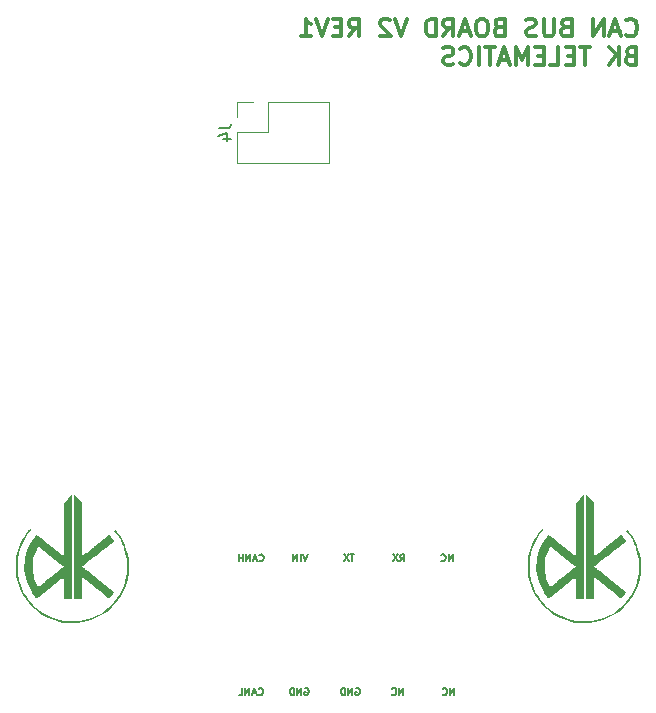
<source format=gbr>
G04 #@! TF.GenerationSoftware,KiCad,Pcbnew,9.0.0-rc2-6-ga1fa0bdb0b*
G04 #@! TF.CreationDate,2025-01-23T13:26:01+02:00*
G04 #@! TF.ProjectId,bk_can_bus_extension_v2,626b5f63-616e-45f6-9275-735f65787465,Rev 4*
G04 #@! TF.SameCoordinates,Original*
G04 #@! TF.FileFunction,Legend,Bot*
G04 #@! TF.FilePolarity,Positive*
%FSLAX46Y46*%
G04 Gerber Fmt 4.6, Leading zero omitted, Abs format (unit mm)*
G04 Created by KiCad (PCBNEW 9.0.0-rc2-6-ga1fa0bdb0b) date 2025-01-23 13:26:01*
%MOMM*%
%LPD*%
G01*
G04 APERTURE LIST*
%ADD10C,0.150000*%
%ADD11C,0.300000*%
%ADD12C,0.120000*%
%ADD13C,0.000000*%
G04 APERTURE END LIST*
D10*
X172331427Y-120819771D02*
X172331427Y-120219771D01*
X172331427Y-120219771D02*
X171988570Y-120819771D01*
X171988570Y-120819771D02*
X171988570Y-120219771D01*
X171359999Y-120762628D02*
X171388571Y-120791200D01*
X171388571Y-120791200D02*
X171474285Y-120819771D01*
X171474285Y-120819771D02*
X171531428Y-120819771D01*
X171531428Y-120819771D02*
X171617142Y-120791200D01*
X171617142Y-120791200D02*
X171674285Y-120734057D01*
X171674285Y-120734057D02*
X171702856Y-120676914D01*
X171702856Y-120676914D02*
X171731428Y-120562628D01*
X171731428Y-120562628D02*
X171731428Y-120476914D01*
X171731428Y-120476914D02*
X171702856Y-120362628D01*
X171702856Y-120362628D02*
X171674285Y-120305485D01*
X171674285Y-120305485D02*
X171617142Y-120248342D01*
X171617142Y-120248342D02*
X171531428Y-120219771D01*
X171531428Y-120219771D02*
X171474285Y-120219771D01*
X171474285Y-120219771D02*
X171388571Y-120248342D01*
X171388571Y-120248342D02*
X171359999Y-120276914D01*
D11*
X187038346Y-76228013D02*
X187109774Y-76299442D01*
X187109774Y-76299442D02*
X187324060Y-76370870D01*
X187324060Y-76370870D02*
X187466917Y-76370870D01*
X187466917Y-76370870D02*
X187681203Y-76299442D01*
X187681203Y-76299442D02*
X187824060Y-76156584D01*
X187824060Y-76156584D02*
X187895489Y-76013727D01*
X187895489Y-76013727D02*
X187966917Y-75728013D01*
X187966917Y-75728013D02*
X187966917Y-75513727D01*
X187966917Y-75513727D02*
X187895489Y-75228013D01*
X187895489Y-75228013D02*
X187824060Y-75085156D01*
X187824060Y-75085156D02*
X187681203Y-74942299D01*
X187681203Y-74942299D02*
X187466917Y-74870870D01*
X187466917Y-74870870D02*
X187324060Y-74870870D01*
X187324060Y-74870870D02*
X187109774Y-74942299D01*
X187109774Y-74942299D02*
X187038346Y-75013727D01*
X186466917Y-75942299D02*
X185752632Y-75942299D01*
X186609774Y-76370870D02*
X186109774Y-74870870D01*
X186109774Y-74870870D02*
X185609774Y-76370870D01*
X185109775Y-76370870D02*
X185109775Y-74870870D01*
X185109775Y-74870870D02*
X184252632Y-76370870D01*
X184252632Y-76370870D02*
X184252632Y-74870870D01*
X181895489Y-75585156D02*
X181681203Y-75656584D01*
X181681203Y-75656584D02*
X181609774Y-75728013D01*
X181609774Y-75728013D02*
X181538346Y-75870870D01*
X181538346Y-75870870D02*
X181538346Y-76085156D01*
X181538346Y-76085156D02*
X181609774Y-76228013D01*
X181609774Y-76228013D02*
X181681203Y-76299442D01*
X181681203Y-76299442D02*
X181824060Y-76370870D01*
X181824060Y-76370870D02*
X182395489Y-76370870D01*
X182395489Y-76370870D02*
X182395489Y-74870870D01*
X182395489Y-74870870D02*
X181895489Y-74870870D01*
X181895489Y-74870870D02*
X181752632Y-74942299D01*
X181752632Y-74942299D02*
X181681203Y-75013727D01*
X181681203Y-75013727D02*
X181609774Y-75156584D01*
X181609774Y-75156584D02*
X181609774Y-75299442D01*
X181609774Y-75299442D02*
X181681203Y-75442299D01*
X181681203Y-75442299D02*
X181752632Y-75513727D01*
X181752632Y-75513727D02*
X181895489Y-75585156D01*
X181895489Y-75585156D02*
X182395489Y-75585156D01*
X180895489Y-74870870D02*
X180895489Y-76085156D01*
X180895489Y-76085156D02*
X180824060Y-76228013D01*
X180824060Y-76228013D02*
X180752632Y-76299442D01*
X180752632Y-76299442D02*
X180609774Y-76370870D01*
X180609774Y-76370870D02*
X180324060Y-76370870D01*
X180324060Y-76370870D02*
X180181203Y-76299442D01*
X180181203Y-76299442D02*
X180109774Y-76228013D01*
X180109774Y-76228013D02*
X180038346Y-76085156D01*
X180038346Y-76085156D02*
X180038346Y-74870870D01*
X179395488Y-76299442D02*
X179181203Y-76370870D01*
X179181203Y-76370870D02*
X178824060Y-76370870D01*
X178824060Y-76370870D02*
X178681203Y-76299442D01*
X178681203Y-76299442D02*
X178609774Y-76228013D01*
X178609774Y-76228013D02*
X178538345Y-76085156D01*
X178538345Y-76085156D02*
X178538345Y-75942299D01*
X178538345Y-75942299D02*
X178609774Y-75799442D01*
X178609774Y-75799442D02*
X178681203Y-75728013D01*
X178681203Y-75728013D02*
X178824060Y-75656584D01*
X178824060Y-75656584D02*
X179109774Y-75585156D01*
X179109774Y-75585156D02*
X179252631Y-75513727D01*
X179252631Y-75513727D02*
X179324060Y-75442299D01*
X179324060Y-75442299D02*
X179395488Y-75299442D01*
X179395488Y-75299442D02*
X179395488Y-75156584D01*
X179395488Y-75156584D02*
X179324060Y-75013727D01*
X179324060Y-75013727D02*
X179252631Y-74942299D01*
X179252631Y-74942299D02*
X179109774Y-74870870D01*
X179109774Y-74870870D02*
X178752631Y-74870870D01*
X178752631Y-74870870D02*
X178538345Y-74942299D01*
X176252632Y-75585156D02*
X176038346Y-75656584D01*
X176038346Y-75656584D02*
X175966917Y-75728013D01*
X175966917Y-75728013D02*
X175895489Y-75870870D01*
X175895489Y-75870870D02*
X175895489Y-76085156D01*
X175895489Y-76085156D02*
X175966917Y-76228013D01*
X175966917Y-76228013D02*
X176038346Y-76299442D01*
X176038346Y-76299442D02*
X176181203Y-76370870D01*
X176181203Y-76370870D02*
X176752632Y-76370870D01*
X176752632Y-76370870D02*
X176752632Y-74870870D01*
X176752632Y-74870870D02*
X176252632Y-74870870D01*
X176252632Y-74870870D02*
X176109775Y-74942299D01*
X176109775Y-74942299D02*
X176038346Y-75013727D01*
X176038346Y-75013727D02*
X175966917Y-75156584D01*
X175966917Y-75156584D02*
X175966917Y-75299442D01*
X175966917Y-75299442D02*
X176038346Y-75442299D01*
X176038346Y-75442299D02*
X176109775Y-75513727D01*
X176109775Y-75513727D02*
X176252632Y-75585156D01*
X176252632Y-75585156D02*
X176752632Y-75585156D01*
X174966917Y-74870870D02*
X174681203Y-74870870D01*
X174681203Y-74870870D02*
X174538346Y-74942299D01*
X174538346Y-74942299D02*
X174395489Y-75085156D01*
X174395489Y-75085156D02*
X174324060Y-75370870D01*
X174324060Y-75370870D02*
X174324060Y-75870870D01*
X174324060Y-75870870D02*
X174395489Y-76156584D01*
X174395489Y-76156584D02*
X174538346Y-76299442D01*
X174538346Y-76299442D02*
X174681203Y-76370870D01*
X174681203Y-76370870D02*
X174966917Y-76370870D01*
X174966917Y-76370870D02*
X175109775Y-76299442D01*
X175109775Y-76299442D02*
X175252632Y-76156584D01*
X175252632Y-76156584D02*
X175324060Y-75870870D01*
X175324060Y-75870870D02*
X175324060Y-75370870D01*
X175324060Y-75370870D02*
X175252632Y-75085156D01*
X175252632Y-75085156D02*
X175109775Y-74942299D01*
X175109775Y-74942299D02*
X174966917Y-74870870D01*
X173752631Y-75942299D02*
X173038346Y-75942299D01*
X173895488Y-76370870D02*
X173395488Y-74870870D01*
X173395488Y-74870870D02*
X172895488Y-76370870D01*
X171538346Y-76370870D02*
X172038346Y-75656584D01*
X172395489Y-76370870D02*
X172395489Y-74870870D01*
X172395489Y-74870870D02*
X171824060Y-74870870D01*
X171824060Y-74870870D02*
X171681203Y-74942299D01*
X171681203Y-74942299D02*
X171609774Y-75013727D01*
X171609774Y-75013727D02*
X171538346Y-75156584D01*
X171538346Y-75156584D02*
X171538346Y-75370870D01*
X171538346Y-75370870D02*
X171609774Y-75513727D01*
X171609774Y-75513727D02*
X171681203Y-75585156D01*
X171681203Y-75585156D02*
X171824060Y-75656584D01*
X171824060Y-75656584D02*
X172395489Y-75656584D01*
X170895489Y-76370870D02*
X170895489Y-74870870D01*
X170895489Y-74870870D02*
X170538346Y-74870870D01*
X170538346Y-74870870D02*
X170324060Y-74942299D01*
X170324060Y-74942299D02*
X170181203Y-75085156D01*
X170181203Y-75085156D02*
X170109774Y-75228013D01*
X170109774Y-75228013D02*
X170038346Y-75513727D01*
X170038346Y-75513727D02*
X170038346Y-75728013D01*
X170038346Y-75728013D02*
X170109774Y-76013727D01*
X170109774Y-76013727D02*
X170181203Y-76156584D01*
X170181203Y-76156584D02*
X170324060Y-76299442D01*
X170324060Y-76299442D02*
X170538346Y-76370870D01*
X170538346Y-76370870D02*
X170895489Y-76370870D01*
X168466917Y-74870870D02*
X167966917Y-76370870D01*
X167966917Y-76370870D02*
X167466917Y-74870870D01*
X167038346Y-75013727D02*
X166966918Y-74942299D01*
X166966918Y-74942299D02*
X166824061Y-74870870D01*
X166824061Y-74870870D02*
X166466918Y-74870870D01*
X166466918Y-74870870D02*
X166324061Y-74942299D01*
X166324061Y-74942299D02*
X166252632Y-75013727D01*
X166252632Y-75013727D02*
X166181203Y-75156584D01*
X166181203Y-75156584D02*
X166181203Y-75299442D01*
X166181203Y-75299442D02*
X166252632Y-75513727D01*
X166252632Y-75513727D02*
X167109775Y-76370870D01*
X167109775Y-76370870D02*
X166181203Y-76370870D01*
X163538347Y-76370870D02*
X164038347Y-75656584D01*
X164395490Y-76370870D02*
X164395490Y-74870870D01*
X164395490Y-74870870D02*
X163824061Y-74870870D01*
X163824061Y-74870870D02*
X163681204Y-74942299D01*
X163681204Y-74942299D02*
X163609775Y-75013727D01*
X163609775Y-75013727D02*
X163538347Y-75156584D01*
X163538347Y-75156584D02*
X163538347Y-75370870D01*
X163538347Y-75370870D02*
X163609775Y-75513727D01*
X163609775Y-75513727D02*
X163681204Y-75585156D01*
X163681204Y-75585156D02*
X163824061Y-75656584D01*
X163824061Y-75656584D02*
X164395490Y-75656584D01*
X162895490Y-75585156D02*
X162395490Y-75585156D01*
X162181204Y-76370870D02*
X162895490Y-76370870D01*
X162895490Y-76370870D02*
X162895490Y-74870870D01*
X162895490Y-74870870D02*
X162181204Y-74870870D01*
X161752632Y-74870870D02*
X161252632Y-76370870D01*
X161252632Y-76370870D02*
X160752632Y-74870870D01*
X159466918Y-76370870D02*
X160324061Y-76370870D01*
X159895490Y-76370870D02*
X159895490Y-74870870D01*
X159895490Y-74870870D02*
X160038347Y-75085156D01*
X160038347Y-75085156D02*
X160181204Y-75228013D01*
X160181204Y-75228013D02*
X160324061Y-75299442D01*
X187395489Y-78000072D02*
X187181203Y-78071500D01*
X187181203Y-78071500D02*
X187109774Y-78142929D01*
X187109774Y-78142929D02*
X187038346Y-78285786D01*
X187038346Y-78285786D02*
X187038346Y-78500072D01*
X187038346Y-78500072D02*
X187109774Y-78642929D01*
X187109774Y-78642929D02*
X187181203Y-78714358D01*
X187181203Y-78714358D02*
X187324060Y-78785786D01*
X187324060Y-78785786D02*
X187895489Y-78785786D01*
X187895489Y-78785786D02*
X187895489Y-77285786D01*
X187895489Y-77285786D02*
X187395489Y-77285786D01*
X187395489Y-77285786D02*
X187252632Y-77357215D01*
X187252632Y-77357215D02*
X187181203Y-77428643D01*
X187181203Y-77428643D02*
X187109774Y-77571500D01*
X187109774Y-77571500D02*
X187109774Y-77714358D01*
X187109774Y-77714358D02*
X187181203Y-77857215D01*
X187181203Y-77857215D02*
X187252632Y-77928643D01*
X187252632Y-77928643D02*
X187395489Y-78000072D01*
X187395489Y-78000072D02*
X187895489Y-78000072D01*
X186395489Y-78785786D02*
X186395489Y-77285786D01*
X185538346Y-78785786D02*
X186181203Y-77928643D01*
X185538346Y-77285786D02*
X186395489Y-78142929D01*
X183966917Y-77285786D02*
X183109775Y-77285786D01*
X183538346Y-78785786D02*
X183538346Y-77285786D01*
X182609775Y-78000072D02*
X182109775Y-78000072D01*
X181895489Y-78785786D02*
X182609775Y-78785786D01*
X182609775Y-78785786D02*
X182609775Y-77285786D01*
X182609775Y-77285786D02*
X181895489Y-77285786D01*
X180538346Y-78785786D02*
X181252632Y-78785786D01*
X181252632Y-78785786D02*
X181252632Y-77285786D01*
X180038346Y-78000072D02*
X179538346Y-78000072D01*
X179324060Y-78785786D02*
X180038346Y-78785786D01*
X180038346Y-78785786D02*
X180038346Y-77285786D01*
X180038346Y-77285786D02*
X179324060Y-77285786D01*
X178681203Y-78785786D02*
X178681203Y-77285786D01*
X178681203Y-77285786D02*
X178181203Y-78357215D01*
X178181203Y-78357215D02*
X177681203Y-77285786D01*
X177681203Y-77285786D02*
X177681203Y-78785786D01*
X177038345Y-78357215D02*
X176324060Y-78357215D01*
X177181202Y-78785786D02*
X176681202Y-77285786D01*
X176681202Y-77285786D02*
X176181202Y-78785786D01*
X175895488Y-77285786D02*
X175038346Y-77285786D01*
X175466917Y-78785786D02*
X175466917Y-77285786D01*
X174538346Y-78785786D02*
X174538346Y-77285786D01*
X172966917Y-78642929D02*
X173038345Y-78714358D01*
X173038345Y-78714358D02*
X173252631Y-78785786D01*
X173252631Y-78785786D02*
X173395488Y-78785786D01*
X173395488Y-78785786D02*
X173609774Y-78714358D01*
X173609774Y-78714358D02*
X173752631Y-78571500D01*
X173752631Y-78571500D02*
X173824060Y-78428643D01*
X173824060Y-78428643D02*
X173895488Y-78142929D01*
X173895488Y-78142929D02*
X173895488Y-77928643D01*
X173895488Y-77928643D02*
X173824060Y-77642929D01*
X173824060Y-77642929D02*
X173752631Y-77500072D01*
X173752631Y-77500072D02*
X173609774Y-77357215D01*
X173609774Y-77357215D02*
X173395488Y-77285786D01*
X173395488Y-77285786D02*
X173252631Y-77285786D01*
X173252631Y-77285786D02*
X173038345Y-77357215D01*
X173038345Y-77357215D02*
X172966917Y-77428643D01*
X172395488Y-78714358D02*
X172181203Y-78785786D01*
X172181203Y-78785786D02*
X171824060Y-78785786D01*
X171824060Y-78785786D02*
X171681203Y-78714358D01*
X171681203Y-78714358D02*
X171609774Y-78642929D01*
X171609774Y-78642929D02*
X171538345Y-78500072D01*
X171538345Y-78500072D02*
X171538345Y-78357215D01*
X171538345Y-78357215D02*
X171609774Y-78214358D01*
X171609774Y-78214358D02*
X171681203Y-78142929D01*
X171681203Y-78142929D02*
X171824060Y-78071500D01*
X171824060Y-78071500D02*
X172109774Y-78000072D01*
X172109774Y-78000072D02*
X172252631Y-77928643D01*
X172252631Y-77928643D02*
X172324060Y-77857215D01*
X172324060Y-77857215D02*
X172395488Y-77714358D01*
X172395488Y-77714358D02*
X172395488Y-77571500D01*
X172395488Y-77571500D02*
X172324060Y-77428643D01*
X172324060Y-77428643D02*
X172252631Y-77357215D01*
X172252631Y-77357215D02*
X172109774Y-77285786D01*
X172109774Y-77285786D02*
X171752631Y-77285786D01*
X171752631Y-77285786D02*
X171538345Y-77357215D01*
D10*
X159807142Y-131573342D02*
X159864285Y-131544771D01*
X159864285Y-131544771D02*
X159949999Y-131544771D01*
X159949999Y-131544771D02*
X160035713Y-131573342D01*
X160035713Y-131573342D02*
X160092856Y-131630485D01*
X160092856Y-131630485D02*
X160121427Y-131687628D01*
X160121427Y-131687628D02*
X160149999Y-131801914D01*
X160149999Y-131801914D02*
X160149999Y-131887628D01*
X160149999Y-131887628D02*
X160121427Y-132001914D01*
X160121427Y-132001914D02*
X160092856Y-132059057D01*
X160092856Y-132059057D02*
X160035713Y-132116200D01*
X160035713Y-132116200D02*
X159949999Y-132144771D01*
X159949999Y-132144771D02*
X159892856Y-132144771D01*
X159892856Y-132144771D02*
X159807142Y-132116200D01*
X159807142Y-132116200D02*
X159778570Y-132087628D01*
X159778570Y-132087628D02*
X159778570Y-131887628D01*
X159778570Y-131887628D02*
X159892856Y-131887628D01*
X159521427Y-132144771D02*
X159521427Y-131544771D01*
X159521427Y-131544771D02*
X159178570Y-132144771D01*
X159178570Y-132144771D02*
X159178570Y-131544771D01*
X158892856Y-132144771D02*
X158892856Y-131544771D01*
X158892856Y-131544771D02*
X158749999Y-131544771D01*
X158749999Y-131544771D02*
X158664285Y-131573342D01*
X158664285Y-131573342D02*
X158607142Y-131630485D01*
X158607142Y-131630485D02*
X158578571Y-131687628D01*
X158578571Y-131687628D02*
X158549999Y-131801914D01*
X158549999Y-131801914D02*
X158549999Y-131887628D01*
X158549999Y-131887628D02*
X158578571Y-132001914D01*
X158578571Y-132001914D02*
X158607142Y-132059057D01*
X158607142Y-132059057D02*
X158664285Y-132116200D01*
X158664285Y-132116200D02*
X158749999Y-132144771D01*
X158749999Y-132144771D02*
X158892856Y-132144771D01*
X155974999Y-120762628D02*
X156003571Y-120791200D01*
X156003571Y-120791200D02*
X156089285Y-120819771D01*
X156089285Y-120819771D02*
X156146428Y-120819771D01*
X156146428Y-120819771D02*
X156232142Y-120791200D01*
X156232142Y-120791200D02*
X156289285Y-120734057D01*
X156289285Y-120734057D02*
X156317856Y-120676914D01*
X156317856Y-120676914D02*
X156346428Y-120562628D01*
X156346428Y-120562628D02*
X156346428Y-120476914D01*
X156346428Y-120476914D02*
X156317856Y-120362628D01*
X156317856Y-120362628D02*
X156289285Y-120305485D01*
X156289285Y-120305485D02*
X156232142Y-120248342D01*
X156232142Y-120248342D02*
X156146428Y-120219771D01*
X156146428Y-120219771D02*
X156089285Y-120219771D01*
X156089285Y-120219771D02*
X156003571Y-120248342D01*
X156003571Y-120248342D02*
X155974999Y-120276914D01*
X155746428Y-120648342D02*
X155460714Y-120648342D01*
X155803571Y-120819771D02*
X155603571Y-120219771D01*
X155603571Y-120219771D02*
X155403571Y-120819771D01*
X155203570Y-120819771D02*
X155203570Y-120219771D01*
X155203570Y-120219771D02*
X154860713Y-120819771D01*
X154860713Y-120819771D02*
X154860713Y-120219771D01*
X154574999Y-120819771D02*
X154574999Y-120219771D01*
X154574999Y-120505485D02*
X154232142Y-120505485D01*
X154232142Y-120819771D02*
X154232142Y-120219771D01*
X155903570Y-132087628D02*
X155932142Y-132116200D01*
X155932142Y-132116200D02*
X156017856Y-132144771D01*
X156017856Y-132144771D02*
X156074999Y-132144771D01*
X156074999Y-132144771D02*
X156160713Y-132116200D01*
X156160713Y-132116200D02*
X156217856Y-132059057D01*
X156217856Y-132059057D02*
X156246427Y-132001914D01*
X156246427Y-132001914D02*
X156274999Y-131887628D01*
X156274999Y-131887628D02*
X156274999Y-131801914D01*
X156274999Y-131801914D02*
X156246427Y-131687628D01*
X156246427Y-131687628D02*
X156217856Y-131630485D01*
X156217856Y-131630485D02*
X156160713Y-131573342D01*
X156160713Y-131573342D02*
X156074999Y-131544771D01*
X156074999Y-131544771D02*
X156017856Y-131544771D01*
X156017856Y-131544771D02*
X155932142Y-131573342D01*
X155932142Y-131573342D02*
X155903570Y-131601914D01*
X155674999Y-131973342D02*
X155389285Y-131973342D01*
X155732142Y-132144771D02*
X155532142Y-131544771D01*
X155532142Y-131544771D02*
X155332142Y-132144771D01*
X155132141Y-132144771D02*
X155132141Y-131544771D01*
X155132141Y-131544771D02*
X154789284Y-132144771D01*
X154789284Y-132144771D02*
X154789284Y-131544771D01*
X154217856Y-132144771D02*
X154503570Y-132144771D01*
X154503570Y-132144771D02*
X154503570Y-131544771D01*
X164132142Y-131573342D02*
X164189285Y-131544771D01*
X164189285Y-131544771D02*
X164274999Y-131544771D01*
X164274999Y-131544771D02*
X164360713Y-131573342D01*
X164360713Y-131573342D02*
X164417856Y-131630485D01*
X164417856Y-131630485D02*
X164446427Y-131687628D01*
X164446427Y-131687628D02*
X164474999Y-131801914D01*
X164474999Y-131801914D02*
X164474999Y-131887628D01*
X164474999Y-131887628D02*
X164446427Y-132001914D01*
X164446427Y-132001914D02*
X164417856Y-132059057D01*
X164417856Y-132059057D02*
X164360713Y-132116200D01*
X164360713Y-132116200D02*
X164274999Y-132144771D01*
X164274999Y-132144771D02*
X164217856Y-132144771D01*
X164217856Y-132144771D02*
X164132142Y-132116200D01*
X164132142Y-132116200D02*
X164103570Y-132087628D01*
X164103570Y-132087628D02*
X164103570Y-131887628D01*
X164103570Y-131887628D02*
X164217856Y-131887628D01*
X163846427Y-132144771D02*
X163846427Y-131544771D01*
X163846427Y-131544771D02*
X163503570Y-132144771D01*
X163503570Y-132144771D02*
X163503570Y-131544771D01*
X163217856Y-132144771D02*
X163217856Y-131544771D01*
X163217856Y-131544771D02*
X163074999Y-131544771D01*
X163074999Y-131544771D02*
X162989285Y-131573342D01*
X162989285Y-131573342D02*
X162932142Y-131630485D01*
X162932142Y-131630485D02*
X162903571Y-131687628D01*
X162903571Y-131687628D02*
X162874999Y-131801914D01*
X162874999Y-131801914D02*
X162874999Y-131887628D01*
X162874999Y-131887628D02*
X162903571Y-132001914D01*
X162903571Y-132001914D02*
X162932142Y-132059057D01*
X162932142Y-132059057D02*
X162989285Y-132116200D01*
X162989285Y-132116200D02*
X163074999Y-132144771D01*
X163074999Y-132144771D02*
X163217856Y-132144771D01*
X160057142Y-120219771D02*
X159857142Y-120819771D01*
X159857142Y-120819771D02*
X159657142Y-120219771D01*
X159457141Y-120819771D02*
X159457141Y-120219771D01*
X159171427Y-120819771D02*
X159171427Y-120219771D01*
X159171427Y-120219771D02*
X158828570Y-120819771D01*
X158828570Y-120819771D02*
X158828570Y-120219771D01*
X164007143Y-120219771D02*
X163664286Y-120219771D01*
X163835714Y-120819771D02*
X163835714Y-120219771D01*
X163521428Y-120219771D02*
X163121428Y-120819771D01*
X163121428Y-120219771D02*
X163521428Y-120819771D01*
X172446427Y-132144771D02*
X172446427Y-131544771D01*
X172446427Y-131544771D02*
X172103570Y-132144771D01*
X172103570Y-132144771D02*
X172103570Y-131544771D01*
X171474999Y-132087628D02*
X171503571Y-132116200D01*
X171503571Y-132116200D02*
X171589285Y-132144771D01*
X171589285Y-132144771D02*
X171646428Y-132144771D01*
X171646428Y-132144771D02*
X171732142Y-132116200D01*
X171732142Y-132116200D02*
X171789285Y-132059057D01*
X171789285Y-132059057D02*
X171817856Y-132001914D01*
X171817856Y-132001914D02*
X171846428Y-131887628D01*
X171846428Y-131887628D02*
X171846428Y-131801914D01*
X171846428Y-131801914D02*
X171817856Y-131687628D01*
X171817856Y-131687628D02*
X171789285Y-131630485D01*
X171789285Y-131630485D02*
X171732142Y-131573342D01*
X171732142Y-131573342D02*
X171646428Y-131544771D01*
X171646428Y-131544771D02*
X171589285Y-131544771D01*
X171589285Y-131544771D02*
X171503571Y-131573342D01*
X171503571Y-131573342D02*
X171474999Y-131601914D01*
X168151427Y-132144771D02*
X168151427Y-131544771D01*
X168151427Y-131544771D02*
X167808570Y-132144771D01*
X167808570Y-132144771D02*
X167808570Y-131544771D01*
X167179999Y-132087628D02*
X167208571Y-132116200D01*
X167208571Y-132116200D02*
X167294285Y-132144771D01*
X167294285Y-132144771D02*
X167351428Y-132144771D01*
X167351428Y-132144771D02*
X167437142Y-132116200D01*
X167437142Y-132116200D02*
X167494285Y-132059057D01*
X167494285Y-132059057D02*
X167522856Y-132001914D01*
X167522856Y-132001914D02*
X167551428Y-131887628D01*
X167551428Y-131887628D02*
X167551428Y-131801914D01*
X167551428Y-131801914D02*
X167522856Y-131687628D01*
X167522856Y-131687628D02*
X167494285Y-131630485D01*
X167494285Y-131630485D02*
X167437142Y-131573342D01*
X167437142Y-131573342D02*
X167351428Y-131544771D01*
X167351428Y-131544771D02*
X167294285Y-131544771D01*
X167294285Y-131544771D02*
X167208571Y-131573342D01*
X167208571Y-131573342D02*
X167179999Y-131601914D01*
X167909999Y-120819771D02*
X168109999Y-120534057D01*
X168252856Y-120819771D02*
X168252856Y-120219771D01*
X168252856Y-120219771D02*
X168024285Y-120219771D01*
X168024285Y-120219771D02*
X167967142Y-120248342D01*
X167967142Y-120248342D02*
X167938571Y-120276914D01*
X167938571Y-120276914D02*
X167909999Y-120334057D01*
X167909999Y-120334057D02*
X167909999Y-120419771D01*
X167909999Y-120419771D02*
X167938571Y-120476914D01*
X167938571Y-120476914D02*
X167967142Y-120505485D01*
X167967142Y-120505485D02*
X168024285Y-120534057D01*
X168024285Y-120534057D02*
X168252856Y-120534057D01*
X167709999Y-120219771D02*
X167309999Y-120819771D01*
X167309999Y-120219771D02*
X167709999Y-120819771D01*
X152549819Y-84161666D02*
X153264104Y-84161666D01*
X153264104Y-84161666D02*
X153406961Y-84114047D01*
X153406961Y-84114047D02*
X153502200Y-84018809D01*
X153502200Y-84018809D02*
X153549819Y-83875952D01*
X153549819Y-83875952D02*
X153549819Y-83780714D01*
X152883152Y-85066428D02*
X153549819Y-85066428D01*
X152502200Y-84828333D02*
X153216485Y-84590238D01*
X153216485Y-84590238D02*
X153216485Y-85209285D01*
D12*
G04 #@! TO.C,J4*
X154095000Y-81895000D02*
X154095000Y-83225000D01*
X154095000Y-84495000D02*
X154095000Y-87095000D01*
X154095000Y-87095000D02*
X161835000Y-87095000D01*
X155425000Y-81895000D02*
X154095000Y-81895000D01*
X156695000Y-81895000D02*
X156695000Y-84495000D01*
X156695000Y-81895000D02*
X161835000Y-81895000D01*
X156695000Y-84495000D02*
X154095000Y-84495000D01*
X161835000Y-81895000D02*
X161835000Y-87095000D01*
D13*
G04 #@! TO.C,G\u002A\u002A\u002A*
G36*
X140623283Y-115491841D02*
G01*
X140963832Y-115832087D01*
X140963832Y-118095646D01*
X140963853Y-118249405D01*
X140963987Y-118515779D01*
X140964241Y-118771792D01*
X140964606Y-119015538D01*
X140965074Y-119245114D01*
X140965640Y-119458612D01*
X140966294Y-119654129D01*
X140967030Y-119829758D01*
X140967840Y-119983595D01*
X140968716Y-120113734D01*
X140969652Y-120218270D01*
X140970639Y-120295297D01*
X140971670Y-120342911D01*
X140972737Y-120359205D01*
X140973165Y-120359077D01*
X140990649Y-120346982D01*
X141030286Y-120317056D01*
X141088676Y-120271942D01*
X141162418Y-120214283D01*
X141248112Y-120146723D01*
X141342358Y-120071904D01*
X141426216Y-120005124D01*
X141532767Y-119920299D01*
X141636009Y-119838134D01*
X141730274Y-119763142D01*
X141809893Y-119699832D01*
X141869195Y-119652714D01*
X141874641Y-119648390D01*
X141939430Y-119596901D01*
X141995894Y-119551945D01*
X142038129Y-119518227D01*
X142060235Y-119500451D01*
X142067932Y-119494201D01*
X142103714Y-119465452D01*
X142162870Y-119418170D01*
X142245845Y-119352003D01*
X142353079Y-119266599D01*
X142485015Y-119161605D01*
X142642097Y-119036668D01*
X142824765Y-118891436D01*
X143260586Y-118544989D01*
X143300378Y-118592417D01*
X143318211Y-118613762D01*
X143404633Y-118719873D01*
X143482207Y-118819479D01*
X143548778Y-118909483D01*
X143602189Y-118986790D01*
X143640283Y-119048302D01*
X143660904Y-119090923D01*
X143661895Y-119111556D01*
X143660604Y-119112667D01*
X143639395Y-119129900D01*
X143596247Y-119164485D01*
X143534592Y-119213683D01*
X143457864Y-119274758D01*
X143369497Y-119344974D01*
X143272923Y-119421593D01*
X143202394Y-119477522D01*
X143075716Y-119578027D01*
X142942292Y-119683938D01*
X142810320Y-119788744D01*
X142687996Y-119885936D01*
X142583519Y-119969008D01*
X142566495Y-119982550D01*
X142477042Y-120053710D01*
X142367655Y-120140727D01*
X142243279Y-120239669D01*
X142108858Y-120346600D01*
X141969336Y-120457589D01*
X141829658Y-120568703D01*
X141694768Y-120676007D01*
X141619700Y-120735715D01*
X141500368Y-120830599D01*
X141388620Y-120919415D01*
X141287525Y-120999726D01*
X141200151Y-121069094D01*
X141129568Y-121125084D01*
X141078843Y-121165259D01*
X141051046Y-121187181D01*
X141023464Y-121209815D01*
X140992494Y-121238806D01*
X140980445Y-121255525D01*
X140982399Y-121258971D01*
X141003683Y-121280360D01*
X141044691Y-121316622D01*
X141100786Y-121363735D01*
X141167331Y-121417677D01*
X141189139Y-121435070D01*
X141307105Y-121529111D01*
X141443302Y-121637622D01*
X141594327Y-121757898D01*
X141756781Y-121887232D01*
X141927261Y-122022921D01*
X142102367Y-122162257D01*
X142278698Y-122302536D01*
X142452851Y-122441051D01*
X142621426Y-122575098D01*
X142781021Y-122701970D01*
X142928236Y-122818962D01*
X143059669Y-122923368D01*
X143171918Y-123012483D01*
X143261583Y-123083600D01*
X143312538Y-123124081D01*
X143408864Y-123201149D01*
X143494730Y-123270562D01*
X143567005Y-123329746D01*
X143622557Y-123376125D01*
X143658251Y-123407124D01*
X143670957Y-123420167D01*
X143664949Y-123436008D01*
X143641283Y-123475459D01*
X143602767Y-123532463D01*
X143552720Y-123602400D01*
X143494464Y-123680649D01*
X143431318Y-123762592D01*
X143366605Y-123843607D01*
X143342436Y-123872981D01*
X143302808Y-123919775D01*
X143273947Y-123952028D01*
X143260855Y-123964045D01*
X143251882Y-123958017D01*
X143219557Y-123933629D01*
X143166673Y-123892728D01*
X143096273Y-123837693D01*
X143011400Y-123770907D01*
X142915097Y-123694751D01*
X142810408Y-123611605D01*
X142699245Y-123523137D01*
X142449360Y-123324273D01*
X142223988Y-123144926D01*
X142022082Y-122984262D01*
X141842596Y-122841450D01*
X141684484Y-122715658D01*
X141546699Y-122606053D01*
X141428196Y-122511804D01*
X141327929Y-122432078D01*
X141244851Y-122366044D01*
X141177915Y-122312869D01*
X141126077Y-122271721D01*
X141088289Y-122241769D01*
X141063505Y-122222179D01*
X140972139Y-122150155D01*
X140963549Y-123964045D01*
X140282734Y-123964045D01*
X140282734Y-115151596D01*
X140623283Y-115491841D01*
G37*
G36*
X136629075Y-118077557D02*
G01*
X136682303Y-118129917D01*
X136566299Y-118268596D01*
X136420632Y-118451211D01*
X136199663Y-118768094D01*
X136008391Y-119098230D01*
X135846252Y-119442877D01*
X135712680Y-119803290D01*
X135607110Y-120180728D01*
X135528977Y-120576446D01*
X135526526Y-120591945D01*
X135514873Y-120671037D01*
X135506013Y-120744651D01*
X135499585Y-120819234D01*
X135495230Y-120901237D01*
X135492587Y-120997110D01*
X135491296Y-121113302D01*
X135490997Y-121256262D01*
X135491677Y-121395242D01*
X135494893Y-121555853D01*
X135501522Y-121696511D01*
X135512413Y-121824748D01*
X135528410Y-121948096D01*
X135550362Y-122074088D01*
X135579114Y-122210256D01*
X135615513Y-122364130D01*
X135704266Y-122681876D01*
X135832060Y-123036405D01*
X135986878Y-123374331D01*
X136170293Y-123699030D01*
X136383878Y-124013882D01*
X136520460Y-124190601D01*
X136780070Y-124485155D01*
X137060291Y-124754021D01*
X137360166Y-124996633D01*
X137678739Y-125212425D01*
X138015052Y-125400830D01*
X138368149Y-125561282D01*
X138737073Y-125693215D01*
X139120867Y-125796062D01*
X139518574Y-125869257D01*
X139555198Y-125874064D01*
X139682890Y-125885938D01*
X139832768Y-125894225D01*
X139996942Y-125898929D01*
X140167525Y-125900053D01*
X140336629Y-125897598D01*
X140496365Y-125891569D01*
X140638845Y-125881968D01*
X140756180Y-125868798D01*
X141060264Y-125815136D01*
X141447969Y-125718461D01*
X141820368Y-125592470D01*
X142177067Y-125437356D01*
X142517677Y-125253317D01*
X142841804Y-125040548D01*
X143149057Y-124799243D01*
X143439045Y-124529600D01*
X143696802Y-124247727D01*
X143935152Y-123939648D01*
X144145240Y-123615052D01*
X144326482Y-123275300D01*
X144478296Y-122921754D01*
X144600099Y-122555776D01*
X144691309Y-122178726D01*
X144751342Y-121791968D01*
X144779616Y-121396862D01*
X144779726Y-121069129D01*
X144756268Y-120730588D01*
X144707180Y-120399853D01*
X144631270Y-120069043D01*
X144527344Y-119730278D01*
X144482760Y-119606755D01*
X144365600Y-119326599D01*
X144228777Y-119050343D01*
X144076348Y-118785272D01*
X143912371Y-118538674D01*
X143740902Y-118317836D01*
X143665242Y-118228396D01*
X143719581Y-118179844D01*
X143721070Y-118178512D01*
X143745139Y-118157638D01*
X143764873Y-118146312D01*
X143784399Y-118147309D01*
X143807846Y-118163405D01*
X143839342Y-118197374D01*
X143883015Y-118251991D01*
X143942993Y-118330032D01*
X144016876Y-118428868D01*
X144235179Y-118754989D01*
X144423989Y-119094146D01*
X144583876Y-119447702D01*
X144715412Y-119817019D01*
X144819164Y-120203460D01*
X144895704Y-120608388D01*
X144897659Y-120621785D01*
X144909346Y-120730828D01*
X144918042Y-120864739D01*
X144923747Y-121016345D01*
X144926465Y-121178472D01*
X144926197Y-121343946D01*
X144922946Y-121505593D01*
X144916714Y-121656238D01*
X144907503Y-121788709D01*
X144895315Y-121895831D01*
X144826368Y-122270569D01*
X144723183Y-122664546D01*
X144591058Y-123042594D01*
X144430242Y-123404261D01*
X144240988Y-123749094D01*
X144023545Y-124076638D01*
X143778165Y-124386442D01*
X143505098Y-124678052D01*
X143204596Y-124951015D01*
X143060841Y-125066501D01*
X142749881Y-125285695D01*
X142419430Y-125480543D01*
X142073018Y-125649572D01*
X141714175Y-125791310D01*
X141346431Y-125904285D01*
X140973318Y-125987023D01*
X140598365Y-126038053D01*
X140538518Y-126042794D01*
X140408221Y-126049473D01*
X140261605Y-126053347D01*
X140108554Y-126054390D01*
X139958950Y-126052577D01*
X139822676Y-126047885D01*
X139709614Y-126040287D01*
X139424580Y-126005696D01*
X139034535Y-125930755D01*
X138655691Y-125825738D01*
X138289509Y-125691652D01*
X137937451Y-125529507D01*
X137600977Y-125340313D01*
X137281548Y-125125077D01*
X136980624Y-124884808D01*
X136699667Y-124620516D01*
X136440136Y-124333210D01*
X136203494Y-124023898D01*
X135991200Y-123693589D01*
X135804715Y-123343292D01*
X135726259Y-123172063D01*
X135583745Y-122804853D01*
X135473428Y-122431006D01*
X135395004Y-122049183D01*
X135348172Y-121658048D01*
X135332628Y-121256262D01*
X135345930Y-120889756D01*
X135391216Y-120493536D01*
X135468323Y-120106215D01*
X135576946Y-119728688D01*
X135716785Y-119361848D01*
X135887536Y-119006593D01*
X136088896Y-118663816D01*
X136320563Y-118334412D01*
X136365346Y-118276597D01*
X136421367Y-118205945D01*
X136471738Y-118144103D01*
X136509311Y-118099951D01*
X136575848Y-118025196D01*
X136629075Y-118077557D01*
G37*
G36*
X140100000Y-123964045D02*
G01*
X139402289Y-123964045D01*
X139402289Y-123058682D01*
X139402240Y-122959418D01*
X139401934Y-122795092D01*
X139401371Y-122642901D01*
X139400578Y-122505859D01*
X139399583Y-122386979D01*
X139398413Y-122289272D01*
X139397094Y-122215751D01*
X139395654Y-122169429D01*
X139394121Y-122153319D01*
X139385966Y-122158809D01*
X139354253Y-122182770D01*
X139301189Y-122223842D01*
X139229430Y-122279943D01*
X139141630Y-122348986D01*
X139040446Y-122428889D01*
X138928531Y-122517568D01*
X138808542Y-122612937D01*
X138769238Y-122644222D01*
X138633817Y-122752007D01*
X138496254Y-122861486D01*
X138361237Y-122968929D01*
X138233455Y-123070603D01*
X138117599Y-123162778D01*
X138018357Y-123241722D01*
X137940419Y-123303703D01*
X137904107Y-123332591D01*
X137819768Y-123399808D01*
X137744078Y-123460299D01*
X137681379Y-123510581D01*
X137636017Y-123547175D01*
X137612337Y-123566598D01*
X137599596Y-123577367D01*
X137525829Y-123638005D01*
X137446347Y-123700950D01*
X137365657Y-123762889D01*
X137288268Y-123820510D01*
X137218689Y-123870502D01*
X137161428Y-123909552D01*
X137120995Y-123934347D01*
X137101897Y-123941576D01*
X137081683Y-123925865D01*
X137044792Y-123886421D01*
X136996048Y-123828253D01*
X136939000Y-123755974D01*
X136877200Y-123674197D01*
X136814199Y-123587534D01*
X136753549Y-123500597D01*
X136698801Y-123418000D01*
X136594853Y-123246527D01*
X136432087Y-122929509D01*
X136299372Y-122601605D01*
X136196741Y-122264995D01*
X136124229Y-121921860D01*
X136081870Y-121574381D01*
X136070508Y-121248002D01*
X136775577Y-121248002D01*
X136783080Y-121510703D01*
X136807068Y-121753532D01*
X136849310Y-121986274D01*
X136911578Y-122218717D01*
X136995641Y-122460644D01*
X137003432Y-122480486D01*
X137032164Y-122548626D01*
X137067661Y-122627767D01*
X137106590Y-122710997D01*
X137145618Y-122791402D01*
X137181411Y-122862072D01*
X137210636Y-122916092D01*
X137229958Y-122946550D01*
X137238979Y-122956128D01*
X137257201Y-122966656D01*
X137260033Y-122965375D01*
X137283787Y-122949030D01*
X137326729Y-122916849D01*
X137383905Y-122872592D01*
X137450360Y-122820022D01*
X137474198Y-122800990D01*
X137531880Y-122754977D01*
X137609683Y-122692944D01*
X137704313Y-122617513D01*
X137812477Y-122531308D01*
X137930883Y-122436953D01*
X138056237Y-122337071D01*
X138185247Y-122234286D01*
X138314619Y-122131221D01*
X138441061Y-122030499D01*
X138561279Y-121934744D01*
X138671981Y-121846579D01*
X138769873Y-121768629D01*
X138851662Y-121703515D01*
X138914056Y-121653863D01*
X138953761Y-121622295D01*
X138974144Y-121606100D01*
X139105519Y-121501259D01*
X139211344Y-121415895D01*
X139292361Y-121349392D01*
X139349312Y-121301135D01*
X139382939Y-121270509D01*
X139393983Y-121256896D01*
X139386552Y-121248586D01*
X139356863Y-121222313D01*
X139304211Y-121178093D01*
X139228277Y-121115669D01*
X139128743Y-121034787D01*
X139005290Y-120935189D01*
X138857603Y-120816622D01*
X138685362Y-120678829D01*
X138488249Y-120521554D01*
X138265947Y-120344542D01*
X138018139Y-120147538D01*
X137744505Y-119930285D01*
X137733561Y-119921606D01*
X137624007Y-119835386D01*
X137522613Y-119756732D01*
X137432333Y-119687855D01*
X137356122Y-119630963D01*
X137296936Y-119588265D01*
X137257730Y-119561970D01*
X137241460Y-119554286D01*
X137233587Y-119562123D01*
X137210238Y-119597964D01*
X137178460Y-119656393D01*
X137140796Y-119731931D01*
X137099792Y-119819102D01*
X137057992Y-119912428D01*
X137017941Y-120006432D01*
X136982185Y-120095636D01*
X136953268Y-120174564D01*
X136886608Y-120386220D01*
X136835461Y-120593294D01*
X136801159Y-120797746D01*
X136781824Y-121010874D01*
X136775580Y-121243978D01*
X136775577Y-121248002D01*
X136070508Y-121248002D01*
X136069698Y-121224739D01*
X136087748Y-120875114D01*
X136136054Y-120527688D01*
X136214650Y-120184640D01*
X136323571Y-119848152D01*
X136462850Y-119520404D01*
X136632522Y-119203577D01*
X136633436Y-119202044D01*
X136689386Y-119111716D01*
X136751862Y-119016793D01*
X136817797Y-118921340D01*
X136884124Y-118829421D01*
X136947776Y-118745101D01*
X137005686Y-118672443D01*
X137054789Y-118615513D01*
X137092016Y-118578374D01*
X137114301Y-118565092D01*
X137123872Y-118571326D01*
X137157790Y-118596633D01*
X137214275Y-118640008D01*
X137291425Y-118699956D01*
X137387337Y-118774981D01*
X137500108Y-118863587D01*
X137627837Y-118964280D01*
X137768619Y-119075562D01*
X137920552Y-119195940D01*
X138081734Y-119323916D01*
X138250261Y-119457995D01*
X138382243Y-119563057D01*
X138545274Y-119692702D01*
X138699481Y-119815184D01*
X138842962Y-119928997D01*
X138973808Y-120032635D01*
X139090116Y-120124592D01*
X139189979Y-120203361D01*
X139271492Y-120267437D01*
X139332749Y-120315312D01*
X139371844Y-120345481D01*
X139386873Y-120356437D01*
X139388168Y-120351235D01*
X139390270Y-120316650D01*
X139392229Y-120250610D01*
X139394037Y-120154228D01*
X139395688Y-120028620D01*
X139397173Y-119874900D01*
X139398484Y-119694182D01*
X139399615Y-119487581D01*
X139400557Y-119256211D01*
X139401304Y-119001188D01*
X139401846Y-118723625D01*
X139402177Y-118424638D01*
X139402289Y-118105340D01*
X139402289Y-115848706D01*
X139751145Y-115500147D01*
X140100000Y-115151588D01*
X140100000Y-121256896D01*
X140100000Y-123964045D01*
G37*
G36*
X183973283Y-115491841D02*
G01*
X184313832Y-115832087D01*
X184313832Y-118095646D01*
X184313853Y-118249405D01*
X184313987Y-118515779D01*
X184314241Y-118771792D01*
X184314606Y-119015538D01*
X184315074Y-119245114D01*
X184315640Y-119458612D01*
X184316294Y-119654129D01*
X184317030Y-119829758D01*
X184317840Y-119983595D01*
X184318716Y-120113734D01*
X184319652Y-120218270D01*
X184320639Y-120295297D01*
X184321670Y-120342911D01*
X184322737Y-120359205D01*
X184323165Y-120359077D01*
X184340649Y-120346982D01*
X184380286Y-120317056D01*
X184438676Y-120271942D01*
X184512418Y-120214283D01*
X184598112Y-120146723D01*
X184692358Y-120071904D01*
X184776216Y-120005124D01*
X184882767Y-119920299D01*
X184986009Y-119838134D01*
X185080274Y-119763142D01*
X185159893Y-119699832D01*
X185219195Y-119652714D01*
X185224641Y-119648390D01*
X185289430Y-119596901D01*
X185345894Y-119551945D01*
X185388129Y-119518227D01*
X185410235Y-119500451D01*
X185417932Y-119494201D01*
X185453714Y-119465452D01*
X185512870Y-119418170D01*
X185595845Y-119352003D01*
X185703079Y-119266599D01*
X185835015Y-119161605D01*
X185992097Y-119036668D01*
X186174765Y-118891436D01*
X186610586Y-118544989D01*
X186650378Y-118592417D01*
X186668211Y-118613762D01*
X186754633Y-118719873D01*
X186832207Y-118819479D01*
X186898778Y-118909483D01*
X186952189Y-118986790D01*
X186990283Y-119048302D01*
X187010904Y-119090923D01*
X187011895Y-119111556D01*
X187010604Y-119112667D01*
X186989395Y-119129900D01*
X186946247Y-119164485D01*
X186884592Y-119213683D01*
X186807864Y-119274758D01*
X186719497Y-119344974D01*
X186622923Y-119421593D01*
X186552394Y-119477522D01*
X186425716Y-119578027D01*
X186292292Y-119683938D01*
X186160320Y-119788744D01*
X186037996Y-119885936D01*
X185933519Y-119969008D01*
X185916495Y-119982550D01*
X185827042Y-120053710D01*
X185717655Y-120140727D01*
X185593279Y-120239669D01*
X185458858Y-120346600D01*
X185319336Y-120457589D01*
X185179658Y-120568703D01*
X185044768Y-120676007D01*
X184969700Y-120735715D01*
X184850368Y-120830599D01*
X184738620Y-120919415D01*
X184637525Y-120999726D01*
X184550151Y-121069094D01*
X184479568Y-121125084D01*
X184428843Y-121165259D01*
X184401046Y-121187181D01*
X184373464Y-121209815D01*
X184342494Y-121238806D01*
X184330445Y-121255525D01*
X184332399Y-121258971D01*
X184353683Y-121280360D01*
X184394691Y-121316622D01*
X184450786Y-121363735D01*
X184517331Y-121417677D01*
X184539139Y-121435070D01*
X184657105Y-121529111D01*
X184793302Y-121637622D01*
X184944327Y-121757898D01*
X185106781Y-121887232D01*
X185277261Y-122022921D01*
X185452367Y-122162257D01*
X185628698Y-122302536D01*
X185802851Y-122441051D01*
X185971426Y-122575098D01*
X186131021Y-122701970D01*
X186278236Y-122818962D01*
X186409669Y-122923368D01*
X186521918Y-123012483D01*
X186611583Y-123083600D01*
X186662538Y-123124081D01*
X186758864Y-123201149D01*
X186844730Y-123270562D01*
X186917005Y-123329746D01*
X186972557Y-123376125D01*
X187008251Y-123407124D01*
X187020957Y-123420167D01*
X187014949Y-123436008D01*
X186991283Y-123475459D01*
X186952767Y-123532463D01*
X186902720Y-123602400D01*
X186844464Y-123680649D01*
X186781318Y-123762592D01*
X186716605Y-123843607D01*
X186692436Y-123872981D01*
X186652808Y-123919775D01*
X186623947Y-123952028D01*
X186610855Y-123964045D01*
X186601882Y-123958017D01*
X186569557Y-123933629D01*
X186516673Y-123892728D01*
X186446273Y-123837693D01*
X186361400Y-123770907D01*
X186265097Y-123694751D01*
X186160408Y-123611605D01*
X186049245Y-123523137D01*
X185799360Y-123324273D01*
X185573988Y-123144926D01*
X185372082Y-122984262D01*
X185192596Y-122841450D01*
X185034484Y-122715658D01*
X184896699Y-122606053D01*
X184778196Y-122511804D01*
X184677929Y-122432078D01*
X184594851Y-122366044D01*
X184527915Y-122312869D01*
X184476077Y-122271721D01*
X184438289Y-122241769D01*
X184413505Y-122222179D01*
X184322139Y-122150155D01*
X184313549Y-123964045D01*
X183632734Y-123964045D01*
X183632734Y-115151596D01*
X183973283Y-115491841D01*
G37*
G36*
X179979075Y-118077557D02*
G01*
X180032303Y-118129917D01*
X179916299Y-118268596D01*
X179770632Y-118451211D01*
X179549663Y-118768094D01*
X179358391Y-119098230D01*
X179196252Y-119442877D01*
X179062680Y-119803290D01*
X178957110Y-120180728D01*
X178878977Y-120576446D01*
X178876526Y-120591945D01*
X178864873Y-120671037D01*
X178856013Y-120744651D01*
X178849585Y-120819234D01*
X178845230Y-120901237D01*
X178842587Y-120997110D01*
X178841296Y-121113302D01*
X178840997Y-121256262D01*
X178841677Y-121395242D01*
X178844893Y-121555853D01*
X178851522Y-121696511D01*
X178862413Y-121824748D01*
X178878410Y-121948096D01*
X178900362Y-122074088D01*
X178929114Y-122210256D01*
X178965513Y-122364130D01*
X179054266Y-122681876D01*
X179182060Y-123036405D01*
X179336878Y-123374331D01*
X179520293Y-123699030D01*
X179733878Y-124013882D01*
X179870460Y-124190601D01*
X180130070Y-124485155D01*
X180410291Y-124754021D01*
X180710166Y-124996633D01*
X181028739Y-125212425D01*
X181365052Y-125400830D01*
X181718149Y-125561282D01*
X182087073Y-125693215D01*
X182470867Y-125796062D01*
X182868574Y-125869257D01*
X182905198Y-125874064D01*
X183032890Y-125885938D01*
X183182768Y-125894225D01*
X183346942Y-125898929D01*
X183517525Y-125900053D01*
X183686629Y-125897598D01*
X183846365Y-125891569D01*
X183988845Y-125881968D01*
X184106180Y-125868798D01*
X184410264Y-125815136D01*
X184797969Y-125718461D01*
X185170368Y-125592470D01*
X185527067Y-125437356D01*
X185867677Y-125253317D01*
X186191804Y-125040548D01*
X186499057Y-124799243D01*
X186789045Y-124529600D01*
X187046802Y-124247727D01*
X187285152Y-123939648D01*
X187495240Y-123615052D01*
X187676482Y-123275300D01*
X187828296Y-122921754D01*
X187950099Y-122555776D01*
X188041309Y-122178726D01*
X188101342Y-121791968D01*
X188129616Y-121396862D01*
X188129726Y-121069129D01*
X188106268Y-120730588D01*
X188057180Y-120399853D01*
X187981270Y-120069043D01*
X187877344Y-119730278D01*
X187832760Y-119606755D01*
X187715600Y-119326599D01*
X187578777Y-119050343D01*
X187426348Y-118785272D01*
X187262371Y-118538674D01*
X187090902Y-118317836D01*
X187015242Y-118228396D01*
X187069581Y-118179844D01*
X187071070Y-118178512D01*
X187095139Y-118157638D01*
X187114873Y-118146312D01*
X187134399Y-118147309D01*
X187157846Y-118163405D01*
X187189342Y-118197374D01*
X187233015Y-118251991D01*
X187292993Y-118330032D01*
X187366876Y-118428868D01*
X187585179Y-118754989D01*
X187773989Y-119094146D01*
X187933876Y-119447702D01*
X188065412Y-119817019D01*
X188169164Y-120203460D01*
X188245704Y-120608388D01*
X188247659Y-120621785D01*
X188259346Y-120730828D01*
X188268042Y-120864739D01*
X188273747Y-121016345D01*
X188276465Y-121178472D01*
X188276197Y-121343946D01*
X188272946Y-121505593D01*
X188266714Y-121656238D01*
X188257503Y-121788709D01*
X188245315Y-121895831D01*
X188176368Y-122270569D01*
X188073183Y-122664546D01*
X187941058Y-123042594D01*
X187780242Y-123404261D01*
X187590988Y-123749094D01*
X187373545Y-124076638D01*
X187128165Y-124386442D01*
X186855098Y-124678052D01*
X186554596Y-124951015D01*
X186410841Y-125066501D01*
X186099881Y-125285695D01*
X185769430Y-125480543D01*
X185423018Y-125649572D01*
X185064175Y-125791310D01*
X184696431Y-125904285D01*
X184323318Y-125987023D01*
X183948365Y-126038053D01*
X183888518Y-126042794D01*
X183758221Y-126049473D01*
X183611605Y-126053347D01*
X183458554Y-126054390D01*
X183308950Y-126052577D01*
X183172676Y-126047885D01*
X183059614Y-126040287D01*
X182774580Y-126005696D01*
X182384535Y-125930755D01*
X182005691Y-125825738D01*
X181639509Y-125691652D01*
X181287451Y-125529507D01*
X180950977Y-125340313D01*
X180631548Y-125125077D01*
X180330624Y-124884808D01*
X180049667Y-124620516D01*
X179790136Y-124333210D01*
X179553494Y-124023898D01*
X179341200Y-123693589D01*
X179154715Y-123343292D01*
X179076259Y-123172063D01*
X178933745Y-122804853D01*
X178823428Y-122431006D01*
X178745004Y-122049183D01*
X178698172Y-121658048D01*
X178682628Y-121256262D01*
X178695930Y-120889756D01*
X178741216Y-120493536D01*
X178818323Y-120106215D01*
X178926946Y-119728688D01*
X179066785Y-119361848D01*
X179237536Y-119006593D01*
X179438896Y-118663816D01*
X179670563Y-118334412D01*
X179715346Y-118276597D01*
X179771367Y-118205945D01*
X179821738Y-118144103D01*
X179859311Y-118099951D01*
X179925848Y-118025196D01*
X179979075Y-118077557D01*
G37*
G36*
X183450000Y-123964045D02*
G01*
X182752289Y-123964045D01*
X182752289Y-123058682D01*
X182752240Y-122959418D01*
X182751934Y-122795092D01*
X182751371Y-122642901D01*
X182750578Y-122505859D01*
X182749583Y-122386979D01*
X182748413Y-122289272D01*
X182747094Y-122215751D01*
X182745654Y-122169429D01*
X182744121Y-122153319D01*
X182735966Y-122158809D01*
X182704253Y-122182770D01*
X182651189Y-122223842D01*
X182579430Y-122279943D01*
X182491630Y-122348986D01*
X182390446Y-122428889D01*
X182278531Y-122517568D01*
X182158542Y-122612937D01*
X182119238Y-122644222D01*
X181983817Y-122752007D01*
X181846254Y-122861486D01*
X181711237Y-122968929D01*
X181583455Y-123070603D01*
X181467599Y-123162778D01*
X181368357Y-123241722D01*
X181290419Y-123303703D01*
X181254107Y-123332591D01*
X181169768Y-123399808D01*
X181094078Y-123460299D01*
X181031379Y-123510581D01*
X180986017Y-123547175D01*
X180962337Y-123566598D01*
X180949596Y-123577367D01*
X180875829Y-123638005D01*
X180796347Y-123700950D01*
X180715657Y-123762889D01*
X180638268Y-123820510D01*
X180568689Y-123870502D01*
X180511428Y-123909552D01*
X180470995Y-123934347D01*
X180451897Y-123941576D01*
X180431683Y-123925865D01*
X180394792Y-123886421D01*
X180346048Y-123828253D01*
X180289000Y-123755974D01*
X180227200Y-123674197D01*
X180164199Y-123587534D01*
X180103549Y-123500597D01*
X180048801Y-123418000D01*
X179944853Y-123246527D01*
X179782087Y-122929509D01*
X179649372Y-122601605D01*
X179546741Y-122264995D01*
X179474229Y-121921860D01*
X179431870Y-121574381D01*
X179420508Y-121248002D01*
X180125577Y-121248002D01*
X180133080Y-121510703D01*
X180157068Y-121753532D01*
X180199310Y-121986274D01*
X180261578Y-122218717D01*
X180345641Y-122460644D01*
X180353432Y-122480486D01*
X180382164Y-122548626D01*
X180417661Y-122627767D01*
X180456590Y-122710997D01*
X180495618Y-122791402D01*
X180531411Y-122862072D01*
X180560636Y-122916092D01*
X180579958Y-122946550D01*
X180588979Y-122956128D01*
X180607201Y-122966656D01*
X180610033Y-122965375D01*
X180633787Y-122949030D01*
X180676729Y-122916849D01*
X180733905Y-122872592D01*
X180800360Y-122820022D01*
X180824198Y-122800990D01*
X180881880Y-122754977D01*
X180959683Y-122692944D01*
X181054313Y-122617513D01*
X181162477Y-122531308D01*
X181280883Y-122436953D01*
X181406237Y-122337071D01*
X181535247Y-122234286D01*
X181664619Y-122131221D01*
X181791061Y-122030499D01*
X181911279Y-121934744D01*
X182021981Y-121846579D01*
X182119873Y-121768629D01*
X182201662Y-121703515D01*
X182264056Y-121653863D01*
X182303761Y-121622295D01*
X182324144Y-121606100D01*
X182455519Y-121501259D01*
X182561344Y-121415895D01*
X182642361Y-121349392D01*
X182699312Y-121301135D01*
X182732939Y-121270509D01*
X182743983Y-121256896D01*
X182736552Y-121248586D01*
X182706863Y-121222313D01*
X182654211Y-121178093D01*
X182578277Y-121115669D01*
X182478743Y-121034787D01*
X182355290Y-120935189D01*
X182207603Y-120816622D01*
X182035362Y-120678829D01*
X181838249Y-120521554D01*
X181615947Y-120344542D01*
X181368139Y-120147538D01*
X181094505Y-119930285D01*
X181083561Y-119921606D01*
X180974007Y-119835386D01*
X180872613Y-119756732D01*
X180782333Y-119687855D01*
X180706122Y-119630963D01*
X180646936Y-119588265D01*
X180607730Y-119561970D01*
X180591460Y-119554286D01*
X180583587Y-119562123D01*
X180560238Y-119597964D01*
X180528460Y-119656393D01*
X180490796Y-119731931D01*
X180449792Y-119819102D01*
X180407992Y-119912428D01*
X180367941Y-120006432D01*
X180332185Y-120095636D01*
X180303268Y-120174564D01*
X180236608Y-120386220D01*
X180185461Y-120593294D01*
X180151159Y-120797746D01*
X180131824Y-121010874D01*
X180125580Y-121243978D01*
X180125577Y-121248002D01*
X179420508Y-121248002D01*
X179419698Y-121224739D01*
X179437748Y-120875114D01*
X179486054Y-120527688D01*
X179564650Y-120184640D01*
X179673571Y-119848152D01*
X179812850Y-119520404D01*
X179982522Y-119203577D01*
X179983436Y-119202044D01*
X180039386Y-119111716D01*
X180101862Y-119016793D01*
X180167797Y-118921340D01*
X180234124Y-118829421D01*
X180297776Y-118745101D01*
X180355686Y-118672443D01*
X180404789Y-118615513D01*
X180442016Y-118578374D01*
X180464301Y-118565092D01*
X180473872Y-118571326D01*
X180507790Y-118596633D01*
X180564275Y-118640008D01*
X180641425Y-118699956D01*
X180737337Y-118774981D01*
X180850108Y-118863587D01*
X180977837Y-118964280D01*
X181118619Y-119075562D01*
X181270552Y-119195940D01*
X181431734Y-119323916D01*
X181600261Y-119457995D01*
X181732243Y-119563057D01*
X181895274Y-119692702D01*
X182049481Y-119815184D01*
X182192962Y-119928997D01*
X182323808Y-120032635D01*
X182440116Y-120124592D01*
X182539979Y-120203361D01*
X182621492Y-120267437D01*
X182682749Y-120315312D01*
X182721844Y-120345481D01*
X182736873Y-120356437D01*
X182738168Y-120351235D01*
X182740270Y-120316650D01*
X182742229Y-120250610D01*
X182744037Y-120154228D01*
X182745688Y-120028620D01*
X182747173Y-119874900D01*
X182748484Y-119694182D01*
X182749615Y-119487581D01*
X182750557Y-119256211D01*
X182751304Y-119001188D01*
X182751846Y-118723625D01*
X182752177Y-118424638D01*
X182752289Y-118105340D01*
X182752289Y-115848706D01*
X183101145Y-115500147D01*
X183450000Y-115151588D01*
X183450000Y-121256896D01*
X183450000Y-123964045D01*
G37*
G04 #@! TD*
M02*

</source>
